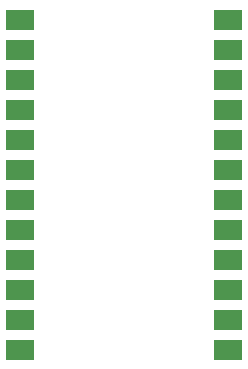
<source format=gtp>
G04*
G04 #@! TF.GenerationSoftware,Altium Limited,Altium Designer,20.1.14 (287)*
G04*
G04 Layer_Color=8421504*
%FSLAX44Y44*%
%MOMM*%
G71*
G04*
G04 #@! TF.SameCoordinates,9E3E63A2-1E6E-47A1-B23A-5F7B0E76B0C2*
G04*
G04*
G04 #@! TF.FilePolarity,Positive*
G04*
G01*
G75*
%ADD17R,2.3800X1.7999*%
D17*
X575600Y437500D02*
D03*
Y361300D02*
D03*
Y285100D02*
D03*
Y513700D02*
D03*
Y488300D02*
D03*
Y462900D02*
D03*
Y412100D02*
D03*
Y386700D02*
D03*
Y335900D02*
D03*
Y310500D02*
D03*
Y259700D02*
D03*
Y234300D02*
D03*
X399400Y437500D02*
D03*
Y285100D02*
D03*
Y361300D02*
D03*
Y462900D02*
D03*
Y488300D02*
D03*
Y513700D02*
D03*
Y386700D02*
D03*
Y412100D02*
D03*
Y310500D02*
D03*
Y335900D02*
D03*
Y234300D02*
D03*
Y259700D02*
D03*
M02*

</source>
